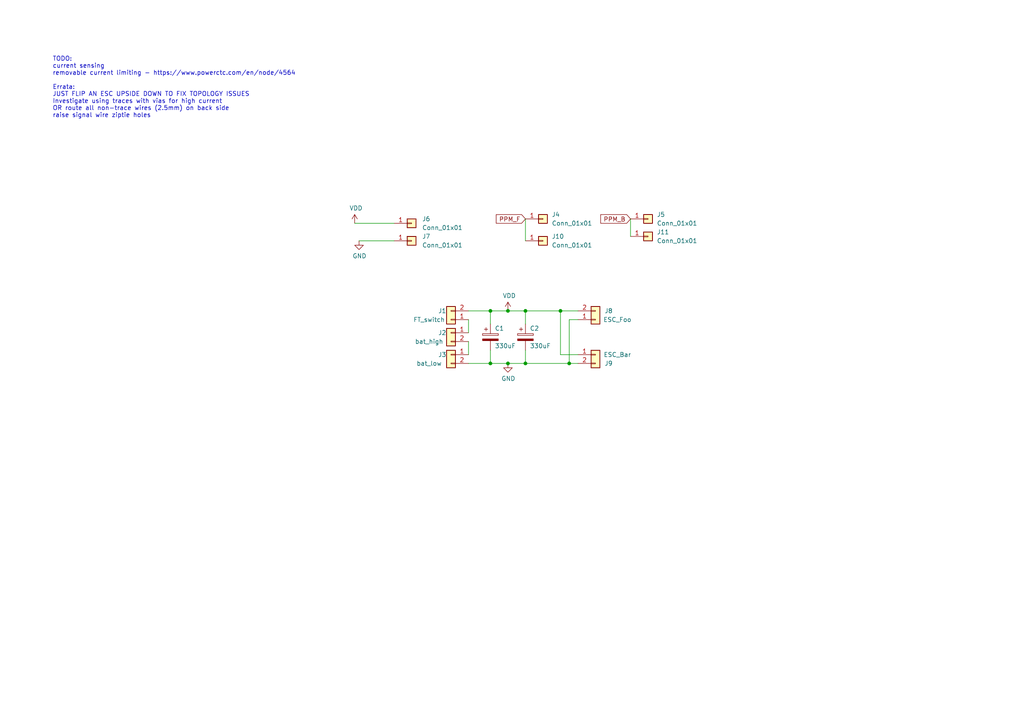
<source format=kicad_sch>
(kicad_sch (version 20211123) (generator eeschema)
  (paper "A4")
  (lib_symbols
    (symbol "Connector_Generic:Conn_01x01" (pin_names (offset 1.016) hide)
      (property "Reference" "J" (at 0 2.54 0))
      (property "Value" "Conn_01x01" (at 0 -2.54 0))
      (symbol "Conn_01x01_1_1"
        (rectangle (start -1.27 0.127) (end 0 -0.127) (stroke (width 0.1524)))
        (rectangle (start -1.27 1.27) (end 1.27 -1.27) (stroke (width 0.254)) (fill (type background)))
        (pin passive line (at -5.08 0 0) (length 3.81) (name "Pin_1") (number "1"))
      )
    )
    (symbol "Connector_Generic:Conn_01x02" (pin_names (offset 1.016) hide)
      (property "Reference" "J" (at 0 2.54 0))
      (property "Value" "Conn_01x02" (at 0 -5.08 0))
      (symbol "Conn_01x02_1_1"
        (rectangle (start -1.27 -2.413) (end 0 -2.667) (stroke (width 0.1524)))
        (rectangle (start -1.27 0.127) (end 0 -0.127) (stroke (width 0.1524)))
        (rectangle (start -1.27 1.27) (end 1.27 -3.81) (stroke (width 0.254)) (fill (type background)))
        (pin passive line (at -5.08 0 0) (length 3.81) (name "Pin_1") (number "1"))
        (pin passive line (at -5.08 -2.54 0) (length 3.81) (name "Pin_2") (number "2"))
      )
    )
    (symbol "Device:C_Polarized" (pin_numbers hide) (pin_names (offset 0.254))
      (property "Reference" "C" (at 0.635 2.54 0))
      (property "Value" "C_Polarized" (at 0.635 -2.54 0))
      (symbol "C_Polarized_0_1"
        (rectangle (start -2.286 0.508) (end 2.286 1.016))
        (polyline (pts (xy -1.778 2.286) (xy -0.762 2.286)))
        (polyline (pts (xy -1.27 2.794) (xy -1.27 1.778)))
        (rectangle (start 2.286 -0.508) (end -2.286 -1.016) (fill (type outline)))
      )
      (symbol "C_Polarized_1_1"
        (pin passive line (at 0 3.81 270) (length 2.794) (name "~") (number "1"))
        (pin passive line (at 0 -3.81 90) (length 2.794) (name "~") (number "2"))
      )
    )
    (symbol "power:GND" (power) (pin_names (offset 0))
      (property "Value" "GND" (at 0 -3.81 0))
      (symbol "GND_0_1"
        (polyline (pts (xy 0 0) (xy 0 -1.27) (xy 1.27 -1.27) (xy 0 -2.54) (xy -1.27 -1.27) (xy 0 -1.27)))
      )
      (symbol "GND_1_1"
        (pin power_in line (at 0 0 270) (length 0) hide (name "GND") (number "1"))
      )
    )
    (symbol "power:VDD" (power) (pin_names (offset 0))
      (property "Value" "VDD" (at 0 3.81 0))
      (symbol "VDD_0_1"
        (polyline (pts (xy -0.762 1.27) (xy 0 2.54)))
        (polyline (pts (xy 0 0) (xy 0 2.54)))
        (polyline (pts (xy 0 2.54) (xy 0.762 1.27)))
      )
      (symbol "VDD_1_1"
        (pin power_in line (at 0 0 90) (length 0) hide (name "VDD") (number "1"))
      )
    )
  )
  (junction (at 165.1 105.41))
  (junction (at 147.32 105.41))
  (junction (at 142.24 90.17))
  (junction (at 142.24 105.41))
  (junction (at 152.4 90.17))
  (junction (at 152.4 105.41))
  (junction (at 147.32 90.17))
  (junction (at 162.56 90.17))
  (wire (pts (xy 135.89 99.06) (xy 135.89 102.87)))
  (wire (pts (xy 165.1 92.71) (xy 165.1 105.41)))
  (wire (pts (xy 142.24 101.6) (xy 142.24 105.41)))
  (wire (pts (xy 142.24 105.41) (xy 147.32 105.41)))
  (wire (pts (xy 167.64 102.87) (xy 162.56 102.87)))
  (wire (pts (xy 147.32 105.41) (xy 152.4 105.41)))
  (wire (pts (xy 135.89 105.41) (xy 142.24 105.41)))
  (wire (pts (xy 162.56 90.17) (xy 167.64 90.17)))
  (wire (pts (xy 165.1 105.41) (xy 167.64 105.41)))
  (wire (pts (xy 142.24 90.17) (xy 147.32 90.17)))
  (wire (pts (xy 152.4 101.6) (xy 152.4 105.41)))
  (wire (pts (xy 135.89 92.71) (xy 135.89 96.52)))
  (wire (pts (xy 104.14 69.85) (xy 114.3 69.85)))
  (wire (pts (xy 152.4 90.17) (xy 152.4 93.98)))
  (wire (pts (xy 102.87 64.77) (xy 114.3 64.77)))
  (wire (pts (xy 147.32 90.17) (xy 152.4 90.17)))
  (wire (pts (xy 135.89 90.17) (xy 142.24 90.17)))
  (wire (pts (xy 152.4 63.5) (xy 152.4 69.85)))
  (wire (pts (xy 162.56 102.87) (xy 162.56 90.17)))
  (wire (pts (xy 152.4 90.17) (xy 162.56 90.17)))
  (wire (pts (xy 142.24 90.17) (xy 142.24 93.98)))
  (wire (pts (xy 182.88 63.5) (xy 182.88 68.58)))
  (wire (pts (xy 152.4 105.41) (xy 165.1 105.41)))
  (wire (pts (xy 167.64 92.71) (xy 165.1 92.71)))
  (text "TODO:\ncurrent sensing\nremovable current limiting - https://www.powerctc.com/en/node/4564\n\nErrata:\nJUST FLIP AN ESC UPSIDE DOWN TO FIX TOPOLOGY ISSUES\nInvestigate using traces with vias for high current\nOR route all non-trace wires (2.5mm) on back side\nraise signal wire ziptie holes\n" (at 15.24 34.29 0) (effects (font (size 1.27 1.27)) (justify left bottom)))
  (global_label "PPM_B" (shape input) (at 182.88 63.5 180) (property "Intersheet References" "${INTERSHEET_REFS}" (effects hide)))
  (global_label "PPM_F" (shape input) (at 152.4 63.5 180) (property "Intersheet References" "${INTERSHEET_REFS}" (effects hide)))
  (symbol (lib_id "Connector_Generic:Conn_01x02") (at 172.72 102.87 0) (unit 1)
    (property "Reference" "J9" (at 176.53 105.41 0))
    (property "Value" "ESC_Bar" (at 179.07 102.87 0))
    (property "Footprint" "lib_fp:TGD_ESC_SigPads" (effects hide))
  )
  (symbol (lib_id "Connector_Generic:Conn_01x01") (at 157.48 63.5 0) (unit 1)
    (property "Reference" "J4" (at 160.02 62.2299 0) (effects (justify left)))
    (property "Value" "Conn_01x01" (at 160.02 64.7699 0) (effects (justify left)))
    (property "Footprint" "lib_fp:TGD-antenna-THT" (effects hide))
  )
  (symbol (lib_id "Connector_Generic:Conn_01x02") (at 130.81 102.87 0) (mirror y) (unit 1)
    (property "Reference" "J3" (at 128.27 102.87 0))
    (property "Value" "bat_low" (at 124.46 105.41 0))
    (property "Footprint" "lib_fp:TGD_AMASS_XT30U-F_1x02_P5.0mm_Vertical" (effects hide))
  )
  (symbol (lib_id "Connector_Generic:Conn_01x01") (at 119.38 64.77 0) (unit 1)
    (property "Reference" "J6" (at 122.428 63.4999 0) (effects (justify left)))
    (property "Value" "Conn_01x01" (at 122.428 66.0399 0) (effects (justify left)))
    (property "Footprint" "lib_fp:TGD-antenna-THT" (effects hide))
  )
  (symbol (lib_id "Device:C_Polarized") (at 142.24 97.79 0) (unit 1)
    (property "Reference" "C1" (at 143.51 95.25 0) (effects (justify left)))
    (property "Value" "330uF" (at 143.51 100.33 0) (effects (justify left)))
    (property "Footprint" "lib_fp:TGD_lowESR_cap" (effects hide))
  )
  (symbol (lib_id "Connector_Generic:Conn_01x01") (at 187.96 68.58 0) (unit 1)
    (property "Reference" "J11" (at 190.5 67.3099 0) (effects (justify left)))
    (property "Value" "Conn_01x01" (at 190.5 69.8499 0) (effects (justify left)))
    (property "Footprint" "lib_fp:TGD-antenna-THT" (effects hide))
  )
  (symbol (lib_id "power:VDD") (at 147.32 90.17 0) (unit 1)
    (property "Reference" "#PWR0101" (effects hide))
    (property "Value" "VDD" (at 147.701 85.7758 0))
  )
  (symbol (lib_id "Connector_Generic:Conn_01x01") (at 157.48 69.85 0) (unit 1)
    (property "Reference" "J10" (at 160.02 68.5799 0) (effects (justify left)))
    (property "Value" "Conn_01x01" (at 160.02 71.1199 0) (effects (justify left)))
    (property "Footprint" "lib_fp:TGD-antenna-THT" (effects hide))
  )
  (symbol (lib_id "Connector_Generic:Conn_01x01") (at 119.38 69.85 0) (unit 1)
    (property "Reference" "J7" (at 122.428 68.5799 0) (effects (justify left)))
    (property "Value" "Conn_01x01" (at 122.428 71.1199 0) (effects (justify left)))
    (property "Footprint" "lib_fp:TGD-antenna-THT" (effects hide))
  )
  (symbol (lib_id "Connector_Generic:Conn_01x02") (at 130.81 92.71 180) (unit 1)
    (property "Reference" "J1" (at 128.27 90.17 0))
    (property "Value" "FT_switch" (at 124.46 92.71 0))
    (property "Footprint" "lib_fp:FT_Switch_Vertical" (effects hide))
  )
  (symbol (lib_id "power:VDD") (at 102.87 64.77 0) (unit 1)
    (property "Reference" "#PWR0127" (effects hide))
    (property "Value" "VDD" (at 103.251 60.3758 0))
  )
  (symbol (lib_id "Connector_Generic:Conn_01x02") (at 130.81 96.52 0) (mirror y) (unit 1)
    (property "Reference" "J2" (at 128.27 96.52 0))
    (property "Value" "bat_high" (at 124.46 99.06 0))
    (property "Footprint" "lib_fp:TGD_AMASS_XT30U-F_1x02_P5.0mm_Vertical" (effects hide))
  )
  (symbol (lib_id "power:GND") (at 147.32 105.41 0) (unit 1)
    (property "Reference" "#PWR0102" (effects hide))
    (property "Value" "GND" (at 147.447 109.8042 0))
  )
  (symbol (lib_id "power:GND") (at 104.14 69.85 0) (unit 1)
    (property "Reference" "#PWR0150" (effects hide))
    (property "Value" "GND" (at 104.267 74.2442 0))
  )
  (symbol (lib_id "Connector_Generic:Conn_01x02") (at 172.72 92.71 0) (mirror x) (unit 1)
    (property "Reference" "J8" (at 176.53 90.17 0))
    (property "Value" "ESC_Foo" (at 179.07 92.71 0))
    (property "Footprint" "lib_fp:TGD_ESC_SigPads" (effects hide))
  )
  (symbol (lib_id "Device:C_Polarized") (at 152.4 97.79 0) (unit 1)
    (property "Reference" "C2" (at 153.67 95.25 0) (effects (justify left)))
    (property "Value" "330uF" (at 153.67 100.33 0) (effects (justify left)))
    (property "Footprint" "lib_fp:TGD_lowESR_cap" (effects hide))
  )
  (symbol (lib_id "Connector_Generic:Conn_01x01") (at 187.96 63.5 0) (unit 1)
    (property "Reference" "J5" (at 190.5 62.2299 0) (effects (justify left)))
    (property "Value" "Conn_01x01" (at 190.5 64.7699 0) (effects (justify left)))
    (property "Footprint" "lib_fp:TGD-antenna-THT" (effects hide))
  )
)
</source>
